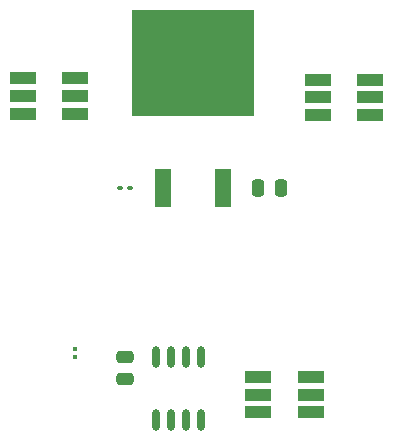
<source format=gtp>
G04 #@! TF.GenerationSoftware,KiCad,Pcbnew,7.0.8*
G04 #@! TF.CreationDate,2023-12-04T02:09:38-07:00*
G04 #@! TF.ProjectId,Lit,4c69742e-6b69-4636-9164-5f7063625858,rev?*
G04 #@! TF.SameCoordinates,Original*
G04 #@! TF.FileFunction,Paste,Top*
G04 #@! TF.FilePolarity,Positive*
%FSLAX46Y46*%
G04 Gerber Fmt 4.6, Leading zero omitted, Abs format (unit mm)*
G04 Created by KiCad (PCBNEW 7.0.8) date 2023-12-04 02:09:38*
%MOMM*%
%LPD*%
G01*
G04 APERTURE LIST*
G04 Aperture macros list*
%AMRoundRect*
0 Rectangle with rounded corners*
0 $1 Rounding radius*
0 $2 $3 $4 $5 $6 $7 $8 $9 X,Y pos of 4 corners*
0 Add a 4 corners polygon primitive as box body*
4,1,4,$2,$3,$4,$5,$6,$7,$8,$9,$2,$3,0*
0 Add four circle primitives for the rounded corners*
1,1,$1+$1,$2,$3*
1,1,$1+$1,$4,$5*
1,1,$1+$1,$6,$7*
1,1,$1+$1,$8,$9*
0 Add four rect primitives between the rounded corners*
20,1,$1+$1,$2,$3,$4,$5,0*
20,1,$1+$1,$4,$5,$6,$7,0*
20,1,$1+$1,$6,$7,$8,$9,0*
20,1,$1+$1,$8,$9,$2,$3,0*%
G04 Aperture macros list end*
%ADD10RoundRect,0.250000X-0.475000X0.250000X-0.475000X-0.250000X0.475000X-0.250000X0.475000X0.250000X0*%
%ADD11R,2.260000X1.000000*%
%ADD12RoundRect,0.079500X-0.100500X0.079500X-0.100500X-0.079500X0.100500X-0.079500X0.100500X0.079500X0*%
%ADD13RoundRect,0.250000X0.250000X0.475000X-0.250000X0.475000X-0.250000X-0.475000X0.250000X-0.475000X0*%
%ADD14RoundRect,0.090000X-0.139000X-0.090000X0.139000X-0.090000X0.139000X0.090000X-0.139000X0.090000X0*%
%ADD15O,0.630000X1.860000*%
%ADD16R,1.400000X3.200000*%
%ADD17R,10.400000X9.000000*%
G04 APERTURE END LIST*
D10*
X131500000Y-105200000D03*
X131500000Y-103300000D03*
D11*
X152252500Y-79825000D03*
X152252500Y-81325000D03*
X152252500Y-82825000D03*
X147832500Y-82825000D03*
X147832500Y-81325000D03*
X147832500Y-79825000D03*
D12*
X127250000Y-103345000D03*
X127250000Y-102655000D03*
D13*
X144700000Y-89000000D03*
X142800000Y-89000000D03*
D14*
X131932500Y-89000000D03*
X131067500Y-89000000D03*
D15*
X134090000Y-103320000D03*
X135370000Y-103320000D03*
X136630000Y-103320000D03*
X137900000Y-103320000D03*
X137900000Y-108680000D03*
X136630000Y-108680000D03*
X135370000Y-108680000D03*
X134090000Y-108680000D03*
D11*
X147210000Y-108000000D03*
X147210000Y-106500000D03*
X147210000Y-105000000D03*
X142790000Y-105000000D03*
X142790000Y-106500000D03*
X142790000Y-108000000D03*
D16*
X134685000Y-88995000D03*
D17*
X137225000Y-78455000D03*
D16*
X139765000Y-88995000D03*
D11*
X127260000Y-79700000D03*
X127260000Y-81200000D03*
X127260000Y-82700000D03*
X122840000Y-82700000D03*
X122840000Y-81200000D03*
X122840000Y-79700000D03*
M02*

</source>
